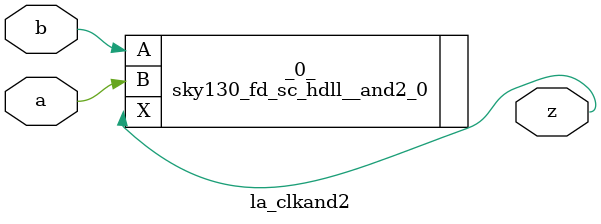
<source format=v>

/* Generated by Yosys 0.37 (git sha1 a5c7f69ed, clang 14.0.0-1ubuntu1.1 -fPIC -Os) */

module la_clkand2(a, b, z);
  input a;
  wire a;
  input b;
  wire b;
  output z;
  wire z;
  sky130_fd_sc_hdll__and2_0 _0_ (
    .A(b),
    .B(a),
    .X(z)
  );
endmodule

</source>
